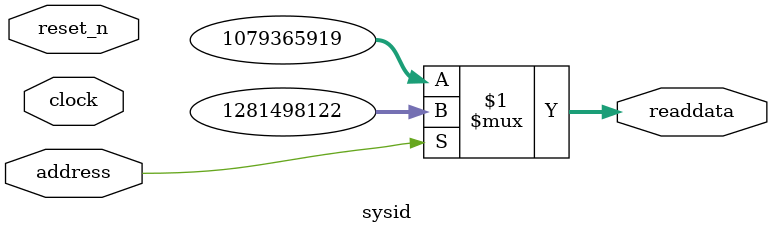
<source format=v>

`timescale 1ns / 1ps
// synthesis translate_on

// turn off superfluous verilog processor warnings 
// altera message_level Level1 
// altera message_off 10034 10035 10036 10037 10230 10240 10030 

module sysid (
               // inputs:
                address,
                clock,
                reset_n,

               // outputs:
                readdata
             )
;

  output  [ 31: 0] readdata;
  input            address;
  input            clock;
  input            reset_n;

  wire    [ 31: 0] readdata;
  //control_slave, which is an e_avalon_slave
  assign readdata = address ? 1281498122 : 1079365919;

endmodule


</source>
